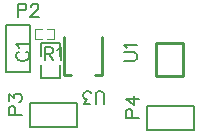
<source format=gto>
G04 ---------------------------- Layer name :TOP SILK LAYER*
G04 EasyEDA v5.6.10, Tue, 17 Jul 2018 20:10:34 GMT*
G04 41f5d608da314f4496c1683ca2e9a323*
G04 Gerber Generator version 0.2*
G04 Scale: 100 percent, Rotated: No, Reflected: No *
G04 Dimensions in millimeters *
G04 leading zeros omitted , absolute positions ,3 integer and 3 decimal *
%FSLAX33Y33*%
%MOMM*%
G90*
G71D02*

%ADD10C,0.254000*%
%ADD20C,0.101600*%
%ADD21C,0.200000*%
%ADD22C,0.203200*%
%ADD23C,0.177800*%

%LPD*%
G54D20*
G01X3556Y9728D02*
G01X4191Y9728D01*
G01X4191Y10591D01*
G01X3657Y10591D01*
G01X3556Y10591D01*
G01X3175Y10591D02*
G01X2565Y10591D01*
G01X2565Y9728D01*
G01X3098Y9728D01*
G01X3175Y9728D01*
G54D21*
G01X3086Y8311D02*
G01X3086Y9411D01*
G01X4686Y9411D01*
G01X4686Y8311D01*
G01X3086Y7512D02*
G01X3086Y6411D01*
G01X4086Y6411D01*
G01X4686Y6411D01*
G01X4686Y7512D01*
G54D10*
G01X12776Y9144D02*
G01X12776Y9398D01*
G01X15062Y9398D01*
G01X15062Y6604D01*
G01X12776Y6604D01*
G01X12776Y9144D01*
G54D22*
G01X2117Y10905D02*
G01X2117Y6899D01*
G01X92Y6899D01*
G01X92Y10905D01*
G01X2117Y10905D01*
G01X2124Y4327D02*
G01X6130Y4327D01*
G01X6130Y2302D01*
G01X2124Y2302D01*
G01X2124Y4327D01*
G01X12030Y4073D02*
G01X16036Y4073D01*
G01X16036Y2048D01*
G01X12030Y2048D01*
G01X12030Y4073D01*
G54D10*
G01X7594Y6654D02*
G01X8204Y6654D01*
G01X8204Y6654D02*
G01X8204Y9855D01*
G01X5613Y6654D02*
G01X5003Y6654D01*
G01X5003Y6654D02*
G01X5003Y9855D01*
G54D23*
G01X3378Y9004D02*
G01X3378Y7914D01*
G01X3378Y9004D02*
G01X3845Y9004D01*
G01X4000Y8953D01*
G01X4053Y8902D01*
G01X4104Y8798D01*
G01X4104Y8694D01*
G01X4053Y8590D01*
G01X4000Y8536D01*
G01X3845Y8486D01*
G01X3378Y8486D01*
G01X3741Y8486D02*
G01X4104Y7914D01*
G01X4447Y8798D02*
G01X4551Y8849D01*
G01X4709Y9004D01*
G01X4709Y7914D01*
G01X1236Y8653D02*
G01X1132Y8600D01*
G01X1028Y8496D01*
G01X977Y8394D01*
G01X977Y8186D01*
G01X1028Y8082D01*
G01X1132Y7978D01*
G01X1236Y7924D01*
G01X1391Y7874D01*
G01X1651Y7874D01*
G01X1808Y7924D01*
G01X1912Y7978D01*
G01X2016Y8082D01*
G01X2067Y8186D01*
G01X2067Y8394D01*
G01X2016Y8496D01*
G01X1912Y8600D01*
G01X1808Y8653D01*
G01X1183Y8996D02*
G01X1132Y9100D01*
G01X977Y9255D01*
G01X2067Y9255D01*
G01X10121Y7874D02*
G01X10899Y7874D01*
G01X11056Y7924D01*
G01X11160Y8028D01*
G01X11211Y8186D01*
G01X11211Y8290D01*
G01X11160Y8445D01*
G01X11056Y8549D01*
G01X10899Y8600D01*
G01X10121Y8600D01*
G01X10327Y8943D02*
G01X10276Y9047D01*
G01X10121Y9204D01*
G01X11211Y9204D01*
G01X1092Y12705D02*
G01X1092Y11612D01*
G01X1092Y12705D02*
G01X1559Y12705D01*
G01X1714Y12651D01*
G01X1767Y12600D01*
G01X1818Y12496D01*
G01X1818Y12341D01*
G01X1767Y12237D01*
G01X1714Y12184D01*
G01X1559Y12133D01*
G01X1092Y12133D01*
G01X2214Y12443D02*
G01X2214Y12496D01*
G01X2265Y12600D01*
G01X2319Y12651D01*
G01X2423Y12705D01*
G01X2628Y12705D01*
G01X2733Y12651D01*
G01X2786Y12600D01*
G01X2837Y12496D01*
G01X2837Y12392D01*
G01X2786Y12288D01*
G01X2682Y12133D01*
G01X2161Y11612D01*
G01X2890Y11612D01*
G01X325Y3302D02*
G01X1417Y3302D01*
G01X325Y3302D02*
G01X325Y3769D01*
G01X378Y3924D01*
G01X429Y3977D01*
G01X533Y4028D01*
G01X688Y4028D01*
G01X792Y3977D01*
G01X845Y3924D01*
G01X896Y3769D01*
G01X896Y3302D01*
G01X325Y4475D02*
G01X325Y5046D01*
G01X741Y4737D01*
G01X741Y4892D01*
G01X792Y4996D01*
G01X845Y5046D01*
G01X1000Y5100D01*
G01X1104Y5100D01*
G01X1259Y5046D01*
G01X1363Y4942D01*
G01X1417Y4787D01*
G01X1417Y4632D01*
G01X1363Y4475D01*
G01X1313Y4424D01*
G01X1209Y4371D01*
G01X10231Y3048D02*
G01X11323Y3048D01*
G01X10231Y3048D02*
G01X10231Y3515D01*
G01X10284Y3670D01*
G01X10335Y3723D01*
G01X10439Y3774D01*
G01X10594Y3774D01*
G01X10698Y3723D01*
G01X10751Y3670D01*
G01X10802Y3515D01*
G01X10802Y3048D01*
G01X10231Y4638D02*
G01X10960Y4117D01*
G01X10960Y4897D01*
G01X10231Y4638D02*
G01X11323Y4638D01*
G01X8402Y4231D02*
G01X8402Y5008D01*
G01X8351Y5166D01*
G01X8247Y5270D01*
G01X8089Y5321D01*
G01X7985Y5321D01*
G01X7830Y5270D01*
G01X7726Y5166D01*
G01X7675Y5008D01*
G01X7675Y4231D01*
G01X7228Y4231D02*
G01X6657Y4231D01*
G01X6967Y4645D01*
G01X6812Y4645D01*
G01X6708Y4699D01*
G01X6657Y4749D01*
G01X6604Y4904D01*
G01X6604Y5008D01*
G01X6657Y5166D01*
G01X6761Y5270D01*
G01X6916Y5321D01*
G01X7071Y5321D01*
G01X7228Y5270D01*
G01X7279Y5217D01*
G01X7332Y5113D01*
M00*
M02*

</source>
